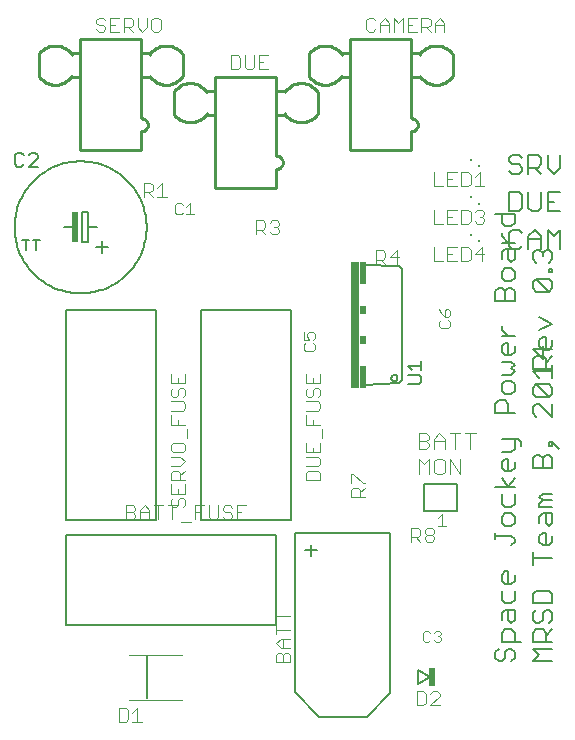
<source format=gto>
G75*
%MOIN*%
%OFA0B0*%
%FSLAX24Y24*%
%IPPOS*%
%LPD*%
%AMOC8*
5,1,8,0,0,1.08239X$1,22.5*
%
%ADD10C,0.0060*%
%ADD11C,0.0040*%
%ADD12C,0.0098*%
%ADD13R,0.0079X0.0079*%
%ADD14C,0.0100*%
%ADD15C,0.0080*%
%ADD16C,0.0030*%
%ADD17C,0.0050*%
%ADD18R,0.0240X0.0620*%
%ADD19R,0.0200X0.1000*%
%ADD20R,0.0300X0.4200*%
%ADD21R,0.0200X0.0750*%
%ADD22R,0.0200X0.0300*%
D10*
X012800Y012100D02*
X013950Y012150D01*
X014050Y012250D01*
X014050Y015950D01*
X013950Y016050D01*
X012800Y016100D01*
X013710Y012330D02*
X013712Y012350D01*
X013718Y012368D01*
X013727Y012386D01*
X013739Y012401D01*
X013754Y012413D01*
X013772Y012422D01*
X013790Y012428D01*
X013810Y012430D01*
X013830Y012428D01*
X013848Y012422D01*
X013866Y012413D01*
X013881Y012401D01*
X013893Y012386D01*
X013902Y012368D01*
X013908Y012350D01*
X013910Y012330D01*
X013908Y012310D01*
X013902Y012292D01*
X013893Y012274D01*
X013881Y012259D01*
X013866Y012247D01*
X013848Y012238D01*
X013830Y012232D01*
X013810Y012230D01*
X013790Y012232D01*
X013772Y012238D01*
X013754Y012247D01*
X013739Y012259D01*
X013727Y012274D01*
X013718Y012292D01*
X013712Y012310D01*
X013710Y012330D01*
X017179Y011472D02*
X017179Y011152D01*
X017820Y011152D01*
X017606Y011152D02*
X017606Y011472D01*
X017500Y011579D01*
X017286Y011579D01*
X017179Y011472D01*
X017500Y011796D02*
X017713Y011796D01*
X017820Y011903D01*
X017820Y012117D01*
X017713Y012223D01*
X017500Y012223D01*
X017393Y012117D01*
X017393Y011903D01*
X017500Y011796D01*
X017393Y012441D02*
X017713Y012441D01*
X017820Y012548D01*
X017713Y012654D01*
X017820Y012761D01*
X017713Y012868D01*
X017393Y012868D01*
X017500Y013085D02*
X017393Y013192D01*
X017393Y013406D01*
X017500Y013512D01*
X017606Y013512D01*
X017606Y013085D01*
X017500Y013085D02*
X017713Y013085D01*
X017820Y013192D01*
X017820Y013406D01*
X017820Y013730D02*
X017393Y013730D01*
X017393Y013943D02*
X017393Y014050D01*
X017393Y013943D02*
X017606Y013730D01*
X018429Y013298D02*
X018750Y012978D01*
X018750Y013405D01*
X018643Y013381D02*
X018750Y013275D01*
X018963Y013275D01*
X019070Y013381D01*
X019070Y013595D01*
X018856Y013702D02*
X018856Y013275D01*
X019070Y013298D02*
X018429Y013298D01*
X018643Y013381D02*
X018643Y013595D01*
X018750Y013702D01*
X018856Y013702D01*
X018643Y013919D02*
X019070Y014133D01*
X018643Y014346D01*
X018536Y015208D02*
X018429Y015315D01*
X018429Y015528D01*
X018536Y015635D01*
X018963Y015208D01*
X019070Y015315D01*
X019070Y015528D01*
X018963Y015635D01*
X018536Y015635D01*
X018536Y015208D02*
X018963Y015208D01*
X018963Y015853D02*
X018963Y015960D01*
X019070Y015960D01*
X019070Y015853D01*
X018963Y015853D01*
X018963Y016175D02*
X019070Y016282D01*
X019070Y016495D01*
X018963Y016602D01*
X018856Y016602D01*
X018750Y016495D01*
X018750Y016389D01*
X018750Y016495D02*
X018643Y016602D01*
X018536Y016602D01*
X018429Y016495D01*
X018429Y016282D01*
X018536Y016175D01*
X018702Y016630D02*
X018702Y017057D01*
X018488Y017271D01*
X018275Y017057D01*
X018275Y016630D01*
X018057Y016737D02*
X017950Y016630D01*
X017737Y016630D01*
X017630Y016737D01*
X017630Y017164D01*
X017737Y017271D01*
X017950Y017271D01*
X018057Y017164D01*
X018275Y016950D02*
X018702Y016950D01*
X018919Y016630D02*
X018919Y017271D01*
X019133Y017057D01*
X019346Y017271D01*
X019346Y016630D01*
X019346Y017880D02*
X018919Y017880D01*
X018919Y018521D01*
X019346Y018521D01*
X019133Y018200D02*
X018919Y018200D01*
X018702Y017987D02*
X018702Y018521D01*
X018275Y018521D02*
X018275Y017987D01*
X018381Y017880D01*
X018595Y017880D01*
X018702Y017987D01*
X018057Y017987D02*
X017950Y017880D01*
X017630Y017880D01*
X017630Y018521D01*
X017950Y018521D01*
X018057Y018414D01*
X018057Y017987D01*
X017820Y017809D02*
X017820Y017489D01*
X017713Y017382D01*
X017500Y017382D01*
X017393Y017489D01*
X017393Y017809D01*
X017179Y017809D02*
X017820Y017809D01*
X017393Y017166D02*
X017393Y017059D01*
X017606Y016845D01*
X017393Y016845D02*
X017820Y016845D01*
X017820Y016628D02*
X017820Y016307D01*
X017713Y016201D01*
X017606Y016307D01*
X017606Y016628D01*
X017500Y016628D02*
X017820Y016628D01*
X017500Y016628D02*
X017393Y016521D01*
X017393Y016307D01*
X017500Y015983D02*
X017393Y015876D01*
X017393Y015663D01*
X017500Y015556D01*
X017713Y015556D01*
X017820Y015663D01*
X017820Y015876D01*
X017713Y015983D01*
X017500Y015983D01*
X017606Y015339D02*
X017500Y015232D01*
X017500Y014912D01*
X017500Y015232D02*
X017393Y015339D01*
X017286Y015339D01*
X017179Y015232D01*
X017179Y014912D01*
X017820Y014912D01*
X017820Y015232D01*
X017713Y015339D01*
X017606Y015339D01*
X018536Y013057D02*
X018750Y013057D01*
X018856Y012950D01*
X018856Y012630D01*
X018856Y012844D02*
X019070Y013057D01*
X019070Y012760D02*
X019070Y012333D01*
X019070Y012547D02*
X018429Y012547D01*
X018643Y012333D01*
X018536Y012116D02*
X018429Y012009D01*
X018429Y011796D01*
X018536Y011689D01*
X018963Y011689D01*
X018536Y012116D01*
X018963Y012116D01*
X019070Y012009D01*
X019070Y011796D01*
X018963Y011689D01*
X019070Y011471D02*
X019070Y011044D01*
X018643Y011471D01*
X018536Y011471D01*
X018429Y011365D01*
X018429Y011151D01*
X018536Y011044D01*
X018963Y010184D02*
X018963Y010077D01*
X019070Y010077D01*
X019070Y010184D01*
X018963Y010184D01*
X019070Y010184D02*
X019284Y009970D01*
X018963Y009753D02*
X019070Y009646D01*
X019070Y009325D01*
X018429Y009325D01*
X018429Y009646D01*
X018536Y009753D01*
X018643Y009753D01*
X018750Y009646D01*
X018750Y009325D01*
X018750Y009646D02*
X018856Y009753D01*
X018963Y009753D01*
X018034Y010076D02*
X018034Y010183D01*
X017927Y010290D01*
X017393Y010290D01*
X017393Y009863D02*
X017713Y009863D01*
X017820Y009969D01*
X017820Y010290D01*
X017606Y009645D02*
X017500Y009645D01*
X017393Y009538D01*
X017393Y009325D01*
X017500Y009218D01*
X017713Y009218D01*
X017820Y009325D01*
X017820Y009538D01*
X017606Y009645D02*
X017606Y009218D01*
X017393Y009001D02*
X017606Y008681D01*
X017820Y009001D01*
X017820Y008681D02*
X017179Y008681D01*
X017393Y008463D02*
X017393Y008143D01*
X017500Y008036D01*
X017713Y008036D01*
X017820Y008143D01*
X017820Y008463D01*
X017713Y007819D02*
X017500Y007819D01*
X017393Y007712D01*
X017393Y007499D01*
X017500Y007392D01*
X017713Y007392D01*
X017820Y007499D01*
X017820Y007712D01*
X017713Y007819D01*
X017713Y007068D02*
X017179Y007068D01*
X017179Y007174D02*
X017179Y006961D01*
X017713Y007068D02*
X017820Y006961D01*
X017820Y006854D01*
X017713Y006747D01*
X017606Y005885D02*
X017500Y005885D01*
X017393Y005778D01*
X017393Y005565D01*
X017500Y005458D01*
X017713Y005458D01*
X017820Y005565D01*
X017820Y005778D01*
X017606Y005885D02*
X017606Y005458D01*
X017393Y005241D02*
X017393Y004920D01*
X017500Y004814D01*
X017713Y004814D01*
X017820Y004920D01*
X017820Y005241D01*
X017820Y004596D02*
X017500Y004596D01*
X017393Y004489D01*
X017393Y004276D01*
X017606Y004276D02*
X017606Y004596D01*
X017820Y004596D02*
X017820Y004276D01*
X017713Y004169D01*
X017606Y004276D01*
X017500Y003952D02*
X017713Y003952D01*
X017820Y003845D01*
X017820Y003525D01*
X018034Y003525D02*
X017393Y003525D01*
X017393Y003845D01*
X017500Y003952D01*
X017606Y003307D02*
X017713Y003307D01*
X017820Y003200D01*
X017820Y002987D01*
X017713Y002880D01*
X017500Y002987D02*
X017500Y003200D01*
X017606Y003307D01*
X017286Y003307D02*
X017179Y003200D01*
X017179Y002987D01*
X017286Y002880D01*
X017393Y002880D01*
X017500Y002987D01*
X018429Y002880D02*
X018643Y003094D01*
X018429Y003307D01*
X019070Y003307D01*
X019070Y003525D02*
X018429Y003525D01*
X018429Y003845D01*
X018536Y003952D01*
X018750Y003952D01*
X018856Y003845D01*
X018856Y003525D01*
X018856Y003738D02*
X019070Y003952D01*
X018963Y004169D02*
X019070Y004276D01*
X019070Y004489D01*
X018963Y004596D01*
X018856Y004596D01*
X018750Y004489D01*
X018750Y004276D01*
X018643Y004169D01*
X018536Y004169D01*
X018429Y004276D01*
X018429Y004489D01*
X018536Y004596D01*
X018429Y004814D02*
X018429Y005134D01*
X018536Y005241D01*
X018963Y005241D01*
X019070Y005134D01*
X019070Y004814D01*
X018429Y004814D01*
X018429Y006103D02*
X018429Y006530D01*
X018429Y006316D02*
X019070Y006316D01*
X018963Y006747D02*
X018750Y006747D01*
X018643Y006854D01*
X018643Y007068D01*
X018750Y007174D01*
X018856Y007174D01*
X018856Y006747D01*
X018963Y006747D02*
X019070Y006854D01*
X019070Y007068D01*
X018963Y007392D02*
X018856Y007499D01*
X018856Y007819D01*
X018750Y007819D02*
X019070Y007819D01*
X019070Y007499D01*
X018963Y007392D01*
X018643Y007499D02*
X018643Y007712D01*
X018750Y007819D01*
X018643Y008036D02*
X018643Y008143D01*
X018750Y008250D01*
X018643Y008357D01*
X018750Y008463D01*
X019070Y008463D01*
X019070Y008250D02*
X018750Y008250D01*
X018643Y008036D02*
X019070Y008036D01*
X019070Y012630D02*
X018429Y012630D01*
X018429Y012950D01*
X018536Y013057D01*
X018702Y019130D02*
X018488Y019344D01*
X018595Y019344D02*
X018702Y019450D01*
X018702Y019664D01*
X018595Y019771D01*
X018275Y019771D01*
X018275Y019130D01*
X018275Y019344D02*
X018595Y019344D01*
X018919Y019344D02*
X019133Y019130D01*
X019346Y019344D01*
X019346Y019771D01*
X018919Y019771D02*
X018919Y019344D01*
X018057Y019344D02*
X018057Y019237D01*
X017950Y019130D01*
X017737Y019130D01*
X017630Y019237D01*
X017737Y019450D02*
X017950Y019450D01*
X018057Y019344D01*
X018057Y019664D02*
X017950Y019771D01*
X017737Y019771D01*
X017630Y019664D01*
X017630Y019557D01*
X017737Y019450D01*
X004250Y016700D02*
X003850Y016700D01*
X004050Y016500D02*
X004050Y016900D01*
X003900Y017350D02*
X003600Y017350D01*
X003600Y016850D01*
X003400Y016850D01*
X003400Y017850D01*
X003600Y017850D01*
X003600Y017350D01*
X001150Y017350D02*
X001152Y017443D01*
X001158Y017537D01*
X001168Y017629D01*
X001182Y017722D01*
X001199Y017813D01*
X001221Y017904D01*
X001246Y017994D01*
X001276Y018083D01*
X001309Y018170D01*
X001345Y018256D01*
X001386Y018340D01*
X001429Y018423D01*
X001477Y018503D01*
X001527Y018582D01*
X001581Y018658D01*
X001638Y018732D01*
X001699Y018803D01*
X001762Y018872D01*
X001828Y018938D01*
X001897Y019001D01*
X001968Y019062D01*
X002042Y019119D01*
X002118Y019173D01*
X002197Y019223D01*
X002277Y019271D01*
X002360Y019314D01*
X002444Y019355D01*
X002530Y019391D01*
X002617Y019424D01*
X002706Y019454D01*
X002796Y019479D01*
X002887Y019501D01*
X002978Y019518D01*
X003071Y019532D01*
X003163Y019542D01*
X003257Y019548D01*
X003350Y019550D01*
X003443Y019548D01*
X003537Y019542D01*
X003629Y019532D01*
X003722Y019518D01*
X003813Y019501D01*
X003904Y019479D01*
X003994Y019454D01*
X004083Y019424D01*
X004170Y019391D01*
X004256Y019355D01*
X004340Y019314D01*
X004423Y019271D01*
X004503Y019223D01*
X004582Y019173D01*
X004658Y019119D01*
X004732Y019062D01*
X004803Y019001D01*
X004872Y018938D01*
X004938Y018872D01*
X005001Y018803D01*
X005062Y018732D01*
X005119Y018658D01*
X005173Y018582D01*
X005223Y018503D01*
X005271Y018423D01*
X005314Y018340D01*
X005355Y018256D01*
X005391Y018170D01*
X005424Y018083D01*
X005454Y017994D01*
X005479Y017904D01*
X005501Y017813D01*
X005518Y017722D01*
X005532Y017629D01*
X005542Y017537D01*
X005548Y017443D01*
X005550Y017350D01*
X005548Y017257D01*
X005542Y017163D01*
X005532Y017071D01*
X005518Y016978D01*
X005501Y016887D01*
X005479Y016796D01*
X005454Y016706D01*
X005424Y016617D01*
X005391Y016530D01*
X005355Y016444D01*
X005314Y016360D01*
X005271Y016277D01*
X005223Y016197D01*
X005173Y016118D01*
X005119Y016042D01*
X005062Y015968D01*
X005001Y015897D01*
X004938Y015828D01*
X004872Y015762D01*
X004803Y015699D01*
X004732Y015638D01*
X004658Y015581D01*
X004582Y015527D01*
X004503Y015477D01*
X004423Y015429D01*
X004340Y015386D01*
X004256Y015345D01*
X004170Y015309D01*
X004083Y015276D01*
X003994Y015246D01*
X003904Y015221D01*
X003813Y015199D01*
X003722Y015182D01*
X003629Y015168D01*
X003537Y015158D01*
X003443Y015152D01*
X003350Y015150D01*
X003257Y015152D01*
X003163Y015158D01*
X003071Y015168D01*
X002978Y015182D01*
X002887Y015199D01*
X002796Y015221D01*
X002706Y015246D01*
X002617Y015276D01*
X002530Y015309D01*
X002444Y015345D01*
X002360Y015386D01*
X002277Y015429D01*
X002197Y015477D01*
X002118Y015527D01*
X002042Y015581D01*
X001968Y015638D01*
X001897Y015699D01*
X001828Y015762D01*
X001762Y015828D01*
X001699Y015897D01*
X001638Y015968D01*
X001581Y016042D01*
X001527Y016118D01*
X001477Y016197D01*
X001429Y016277D01*
X001386Y016360D01*
X001345Y016444D01*
X001309Y016530D01*
X001276Y016617D01*
X001246Y016706D01*
X001221Y016796D01*
X001199Y016887D01*
X001182Y016978D01*
X001168Y017071D01*
X001158Y017163D01*
X001152Y017257D01*
X001150Y017350D01*
X002800Y017350D02*
X003100Y017350D01*
X018429Y002880D02*
X019070Y002880D01*
D11*
X015317Y001804D02*
X015317Y001727D01*
X015010Y001420D01*
X015317Y001420D01*
X015317Y001804D02*
X015240Y001880D01*
X015086Y001880D01*
X015010Y001804D01*
X014856Y001804D02*
X014779Y001880D01*
X014549Y001880D01*
X014549Y001420D01*
X014779Y001420D01*
X014856Y001497D01*
X014856Y001804D01*
X014907Y006870D02*
X014830Y006947D01*
X014830Y007023D01*
X014907Y007100D01*
X015061Y007100D01*
X015137Y007023D01*
X015137Y006947D01*
X015061Y006870D01*
X014907Y006870D01*
X014677Y006870D02*
X014523Y007023D01*
X014600Y007023D02*
X014370Y007023D01*
X014370Y006870D02*
X014370Y007330D01*
X014600Y007330D01*
X014677Y007254D01*
X014677Y007100D01*
X014600Y007023D01*
X014830Y007177D02*
X014830Y007254D01*
X014907Y007330D01*
X015061Y007330D01*
X015137Y007254D01*
X015137Y007177D01*
X015061Y007100D01*
X014907Y007100D02*
X014830Y007177D01*
X014967Y009120D02*
X014967Y009640D01*
X014793Y009467D01*
X014620Y009640D01*
X014620Y009120D01*
X015136Y009207D02*
X015222Y009120D01*
X015396Y009120D01*
X015483Y009207D01*
X015483Y009554D01*
X015396Y009640D01*
X015222Y009640D01*
X015136Y009554D01*
X015136Y009207D01*
X015651Y009120D02*
X015651Y009640D01*
X015998Y009120D01*
X015998Y009640D01*
X015825Y009960D02*
X015825Y010480D01*
X015998Y010480D02*
X015651Y010480D01*
X015483Y010307D02*
X015483Y009960D01*
X015483Y010220D02*
X015136Y010220D01*
X015136Y010307D02*
X015309Y010480D01*
X015483Y010307D01*
X015136Y010307D02*
X015136Y009960D01*
X014967Y010047D02*
X014967Y010133D01*
X014880Y010220D01*
X014620Y010220D01*
X014620Y009960D02*
X014880Y009960D01*
X014967Y010047D01*
X014880Y010220D02*
X014967Y010307D01*
X014967Y010394D01*
X014880Y010480D01*
X014620Y010480D01*
X014620Y009960D01*
X016167Y010480D02*
X016514Y010480D01*
X016340Y010480D02*
X016340Y009960D01*
X012830Y008830D02*
X012753Y008830D01*
X012446Y009137D01*
X012370Y009137D01*
X012370Y008830D01*
X012446Y008677D02*
X012600Y008677D01*
X012677Y008600D01*
X012677Y008370D01*
X012830Y008370D02*
X012370Y008370D01*
X012370Y008600D01*
X012446Y008677D01*
X012677Y008523D02*
X012830Y008677D01*
X011330Y008937D02*
X011330Y009167D01*
X011253Y009244D01*
X010946Y009244D01*
X010870Y009167D01*
X010870Y008937D01*
X011330Y008937D01*
X011253Y009397D02*
X011330Y009474D01*
X011330Y009627D01*
X011253Y009704D01*
X010870Y009704D01*
X010870Y009858D02*
X011330Y009858D01*
X011330Y010165D01*
X011407Y010318D02*
X011407Y010625D01*
X011330Y010778D02*
X010870Y010778D01*
X010870Y011085D01*
X010870Y011239D02*
X011253Y011239D01*
X011330Y011316D01*
X011330Y011469D01*
X011253Y011546D01*
X010870Y011546D01*
X010946Y011699D02*
X010870Y011776D01*
X010870Y011929D01*
X010946Y012006D01*
X010870Y012160D02*
X011330Y012160D01*
X011330Y012467D01*
X011100Y012313D02*
X011100Y012160D01*
X011177Y012006D02*
X011253Y012006D01*
X011330Y011929D01*
X011330Y011776D01*
X011253Y011699D01*
X011100Y011776D02*
X011100Y011929D01*
X011177Y012006D01*
X011100Y011776D02*
X011023Y011699D01*
X010946Y011699D01*
X010870Y012160D02*
X010870Y012467D01*
X011100Y010932D02*
X011100Y010778D01*
X010870Y010165D02*
X010870Y009858D01*
X011100Y009858D02*
X011100Y010011D01*
X011253Y009397D02*
X010870Y009397D01*
X008860Y008080D02*
X008553Y008080D01*
X008553Y007620D01*
X008860Y007620D01*
X008707Y007850D02*
X008553Y007850D01*
X008400Y007773D02*
X008400Y007697D01*
X008323Y007620D01*
X008169Y007620D01*
X008093Y007697D01*
X007939Y007697D02*
X007939Y008080D01*
X008093Y008004D02*
X008093Y007927D01*
X008169Y007850D01*
X008323Y007850D01*
X008400Y007773D01*
X008400Y008004D02*
X008323Y008080D01*
X008169Y008080D01*
X008093Y008004D01*
X007939Y007697D02*
X007863Y007620D01*
X007709Y007620D01*
X007632Y007697D01*
X007632Y008080D01*
X007479Y008080D02*
X007172Y008080D01*
X007172Y007620D01*
X007018Y007543D02*
X006712Y007543D01*
X006405Y007620D02*
X006405Y008080D01*
X006370Y008093D02*
X006446Y008016D01*
X006523Y008016D01*
X006600Y008093D01*
X006600Y008246D01*
X006677Y008323D01*
X006753Y008323D01*
X006830Y008246D01*
X006830Y008093D01*
X006753Y008016D01*
X006558Y008080D02*
X006251Y008080D01*
X006370Y008093D02*
X006370Y008246D01*
X006446Y008323D01*
X006370Y008476D02*
X006830Y008476D01*
X006830Y008783D01*
X006830Y008937D02*
X006370Y008937D01*
X006370Y009167D01*
X006446Y009244D01*
X006600Y009244D01*
X006677Y009167D01*
X006677Y008937D01*
X006677Y009090D02*
X006830Y009244D01*
X006677Y009397D02*
X006830Y009551D01*
X006677Y009704D01*
X006370Y009704D01*
X006446Y009858D02*
X006753Y009858D01*
X006830Y009934D01*
X006830Y010088D01*
X006753Y010165D01*
X006446Y010165D01*
X006370Y010088D01*
X006370Y009934D01*
X006446Y009858D01*
X006370Y009397D02*
X006677Y009397D01*
X006370Y008783D02*
X006370Y008476D01*
X006600Y008476D02*
X006600Y008630D01*
X006098Y008080D02*
X005791Y008080D01*
X005944Y008080D02*
X005944Y007620D01*
X005637Y007620D02*
X005637Y007927D01*
X005484Y008080D01*
X005330Y007927D01*
X005330Y007620D01*
X005177Y007697D02*
X005100Y007620D01*
X004870Y007620D01*
X004870Y008080D01*
X005100Y008080D01*
X005177Y008004D01*
X005177Y007927D01*
X005100Y007850D01*
X004870Y007850D01*
X005100Y007850D02*
X005177Y007773D01*
X005177Y007697D01*
X005330Y007850D02*
X005637Y007850D01*
X007172Y007850D02*
X007325Y007850D01*
X006907Y010318D02*
X006907Y010625D01*
X006830Y010778D02*
X006370Y010778D01*
X006370Y011085D01*
X006370Y011239D02*
X006753Y011239D01*
X006830Y011316D01*
X006830Y011469D01*
X006753Y011546D01*
X006370Y011546D01*
X006446Y011699D02*
X006523Y011699D01*
X006600Y011776D01*
X006600Y011929D01*
X006677Y012006D01*
X006753Y012006D01*
X006830Y011929D01*
X006830Y011776D01*
X006753Y011699D01*
X006446Y011699D02*
X006370Y011776D01*
X006370Y011929D01*
X006446Y012006D01*
X006370Y012160D02*
X006830Y012160D01*
X006830Y012467D01*
X006600Y012313D02*
X006600Y012160D01*
X006370Y012160D02*
X006370Y012467D01*
X006600Y010932D02*
X006600Y010778D01*
X009870Y004558D02*
X009870Y004251D01*
X009870Y004098D02*
X009870Y003791D01*
X009870Y003944D02*
X010330Y003944D01*
X010330Y003637D02*
X010023Y003637D01*
X009870Y003484D01*
X010023Y003330D01*
X010330Y003330D01*
X010253Y003177D02*
X010330Y003100D01*
X010330Y002870D01*
X009870Y002870D01*
X009870Y003100D01*
X009946Y003177D01*
X010023Y003177D01*
X010100Y003100D01*
X010100Y002870D01*
X010100Y003100D02*
X010177Y003177D01*
X010253Y003177D01*
X010100Y003330D02*
X010100Y003637D01*
X010330Y004405D02*
X009870Y004405D01*
X006732Y003106D02*
X004968Y003106D01*
X004968Y001594D02*
X006732Y001594D01*
X005387Y000870D02*
X005080Y000870D01*
X005234Y000870D02*
X005234Y001330D01*
X005080Y001177D01*
X004927Y001254D02*
X004927Y000947D01*
X004850Y000870D01*
X004620Y000870D01*
X004620Y001330D01*
X004850Y001330D01*
X004927Y001254D01*
X013199Y016120D02*
X013199Y016580D01*
X013429Y016580D01*
X013506Y016504D01*
X013506Y016350D01*
X013429Y016273D01*
X013199Y016273D01*
X013353Y016273D02*
X013506Y016120D01*
X013660Y016350D02*
X013967Y016350D01*
X013890Y016120D02*
X013890Y016580D01*
X013660Y016350D01*
X015119Y016226D02*
X015426Y016226D01*
X015579Y016226D02*
X015886Y016226D01*
X016040Y016226D02*
X016270Y016226D01*
X016347Y016303D01*
X016347Y016610D01*
X016270Y016687D01*
X016040Y016687D01*
X016040Y016226D01*
X015733Y016456D02*
X015579Y016456D01*
X015579Y016226D02*
X015579Y016687D01*
X015886Y016687D01*
X016500Y016456D02*
X016807Y016456D01*
X016730Y016226D02*
X016730Y016687D01*
X016500Y016456D01*
X016577Y017476D02*
X016500Y017553D01*
X016577Y017476D02*
X016730Y017476D01*
X016807Y017553D01*
X016807Y017630D01*
X016730Y017706D01*
X016654Y017706D01*
X016730Y017706D02*
X016807Y017783D01*
X016807Y017860D01*
X016730Y017937D01*
X016577Y017937D01*
X016500Y017860D01*
X016347Y017860D02*
X016270Y017937D01*
X016040Y017937D01*
X016040Y017476D01*
X016270Y017476D01*
X016347Y017553D01*
X016347Y017860D01*
X015886Y017937D02*
X015579Y017937D01*
X015579Y017476D01*
X015886Y017476D01*
X015733Y017706D02*
X015579Y017706D01*
X015426Y017476D02*
X015119Y017476D01*
X015119Y017937D01*
X015119Y018726D02*
X015426Y018726D01*
X015579Y018726D02*
X015886Y018726D01*
X016040Y018726D02*
X016270Y018726D01*
X016347Y018803D01*
X016347Y019110D01*
X016270Y019187D01*
X016040Y019187D01*
X016040Y018726D01*
X015733Y018956D02*
X015579Y018956D01*
X015579Y018726D02*
X015579Y019187D01*
X015886Y019187D01*
X016500Y019033D02*
X016654Y019187D01*
X016654Y018726D01*
X016807Y018726D02*
X016500Y018726D01*
X015119Y018726D02*
X015119Y019187D01*
X015119Y016687D02*
X015119Y016226D01*
X009967Y017197D02*
X009890Y017120D01*
X009736Y017120D01*
X009660Y017197D01*
X009506Y017120D02*
X009353Y017273D01*
X009429Y017273D02*
X009199Y017273D01*
X009199Y017120D02*
X009199Y017580D01*
X009429Y017580D01*
X009506Y017504D01*
X009506Y017350D01*
X009429Y017273D01*
X009660Y017504D02*
X009736Y017580D01*
X009890Y017580D01*
X009967Y017504D01*
X009967Y017427D01*
X009890Y017350D01*
X009967Y017273D01*
X009967Y017197D01*
X009890Y017350D02*
X009813Y017350D01*
X006217Y018370D02*
X005910Y018370D01*
X006063Y018370D02*
X006063Y018830D01*
X005910Y018677D01*
X005756Y018754D02*
X005756Y018600D01*
X005679Y018523D01*
X005449Y018523D01*
X005449Y018370D02*
X005449Y018830D01*
X005679Y018830D01*
X005756Y018754D01*
X005603Y018523D02*
X005756Y018370D01*
X008370Y022620D02*
X008600Y022620D01*
X008677Y022697D01*
X008677Y023004D01*
X008600Y023080D01*
X008370Y023080D01*
X008370Y022620D01*
X008830Y022697D02*
X008830Y023080D01*
X008830Y022697D02*
X008907Y022620D01*
X009061Y022620D01*
X009137Y022697D01*
X009137Y023080D01*
X009291Y023080D02*
X009291Y022620D01*
X009598Y022620D01*
X009444Y022850D02*
X009291Y022850D01*
X009291Y023080D02*
X009598Y023080D01*
X012870Y023947D02*
X012947Y023870D01*
X013100Y023870D01*
X013177Y023947D01*
X013330Y023870D02*
X013330Y024177D01*
X013484Y024330D01*
X013637Y024177D01*
X013637Y023870D01*
X013791Y023870D02*
X013791Y024330D01*
X013944Y024177D01*
X014098Y024330D01*
X014098Y023870D01*
X014251Y023870D02*
X014558Y023870D01*
X014712Y023870D02*
X014712Y024330D01*
X014942Y024330D01*
X015018Y024254D01*
X015018Y024100D01*
X014942Y024023D01*
X014712Y024023D01*
X014865Y024023D02*
X015018Y023870D01*
X015172Y023870D02*
X015172Y024177D01*
X015325Y024330D01*
X015479Y024177D01*
X015479Y023870D01*
X015479Y024100D02*
X015172Y024100D01*
X014558Y024330D02*
X014251Y024330D01*
X014251Y023870D01*
X014251Y024100D02*
X014405Y024100D01*
X013637Y024100D02*
X013330Y024100D01*
X013177Y024254D02*
X013100Y024330D01*
X012947Y024330D01*
X012870Y024254D01*
X012870Y023947D01*
X006018Y023947D02*
X005942Y023870D01*
X005788Y023870D01*
X005712Y023947D01*
X005712Y024254D01*
X005788Y024330D01*
X005942Y024330D01*
X006018Y024254D01*
X006018Y023947D01*
X005558Y024023D02*
X005558Y024330D01*
X005558Y024023D02*
X005405Y023870D01*
X005251Y024023D01*
X005251Y024330D01*
X005098Y024254D02*
X005098Y024100D01*
X005021Y024023D01*
X004791Y024023D01*
X004791Y023870D02*
X004791Y024330D01*
X005021Y024330D01*
X005098Y024254D01*
X004944Y024023D02*
X005098Y023870D01*
X004637Y023870D02*
X004330Y023870D01*
X004330Y024330D01*
X004637Y024330D01*
X004484Y024100D02*
X004330Y024100D01*
X004177Y024023D02*
X004177Y023947D01*
X004100Y023870D01*
X003947Y023870D01*
X003870Y023947D01*
X003947Y024100D02*
X004100Y024100D01*
X004177Y024023D01*
X004177Y024254D02*
X004100Y024330D01*
X003947Y024330D01*
X003870Y024254D01*
X003870Y024177D01*
X003947Y024100D01*
D12*
X016635Y019393D03*
X016635Y018143D03*
X016635Y016893D03*
D13*
X016350Y017100D03*
X016350Y018350D03*
X016350Y019600D03*
D14*
X014374Y019921D02*
X012326Y019921D01*
X012326Y023622D01*
X014374Y023622D01*
X014374Y020984D01*
X014402Y020982D01*
X014430Y020977D01*
X014457Y020967D01*
X014483Y020955D01*
X014506Y020939D01*
X014527Y020920D01*
X014546Y020899D01*
X014562Y020876D01*
X014574Y020850D01*
X014584Y020823D01*
X014589Y020795D01*
X014591Y020767D01*
X014589Y020739D01*
X014584Y020711D01*
X014574Y020684D01*
X014562Y020659D01*
X014546Y020635D01*
X014527Y020614D01*
X014506Y020595D01*
X014483Y020579D01*
X014457Y020567D01*
X014430Y020557D01*
X014402Y020552D01*
X014374Y020550D01*
X014374Y020551D02*
X014374Y019921D01*
X014413Y022362D02*
X014689Y022362D01*
X014649Y023110D02*
X014678Y023151D01*
X014710Y023190D01*
X014745Y023227D01*
X014782Y023260D01*
X014822Y023291D01*
X014864Y023318D01*
X014908Y023343D01*
X014954Y023363D01*
X015002Y023380D01*
X015050Y023394D01*
X015100Y023403D01*
X015150Y023409D01*
X015200Y023411D01*
X015250Y023409D01*
X015300Y023403D01*
X015350Y023394D01*
X015398Y023380D01*
X015446Y023363D01*
X015492Y023343D01*
X015536Y023318D01*
X015578Y023291D01*
X015618Y023260D01*
X015655Y023227D01*
X015690Y023190D01*
X015722Y023151D01*
X015751Y023110D01*
X015752Y023110D02*
X015752Y022401D01*
X015751Y022402D02*
X015722Y022361D01*
X015690Y022322D01*
X015655Y022285D01*
X015618Y022252D01*
X015578Y022221D01*
X015536Y022194D01*
X015492Y022169D01*
X015446Y022149D01*
X015398Y022132D01*
X015350Y022118D01*
X015300Y022109D01*
X015250Y022103D01*
X015200Y022101D01*
X015150Y022103D01*
X015100Y022109D01*
X015050Y022118D01*
X015002Y022132D01*
X014954Y022149D01*
X014908Y022169D01*
X014864Y022194D01*
X014822Y022221D01*
X014782Y022252D01*
X014745Y022285D01*
X014710Y022322D01*
X014678Y022361D01*
X014649Y022402D01*
X014689Y023149D02*
X014413Y023149D01*
X012287Y023149D02*
X012011Y023149D01*
X012051Y022402D02*
X012022Y022361D01*
X011990Y022322D01*
X011955Y022285D01*
X011918Y022252D01*
X011878Y022221D01*
X011836Y022194D01*
X011792Y022169D01*
X011746Y022149D01*
X011698Y022132D01*
X011650Y022118D01*
X011600Y022109D01*
X011550Y022103D01*
X011500Y022101D01*
X011450Y022103D01*
X011400Y022109D01*
X011350Y022118D01*
X011302Y022132D01*
X011254Y022149D01*
X011208Y022169D01*
X011164Y022194D01*
X011122Y022221D01*
X011082Y022252D01*
X011045Y022285D01*
X011010Y022322D01*
X010978Y022361D01*
X010949Y022402D01*
X010948Y022401D02*
X010948Y023110D01*
X010949Y023110D02*
X010978Y023151D01*
X011010Y023190D01*
X011045Y023227D01*
X011082Y023260D01*
X011122Y023291D01*
X011164Y023318D01*
X011208Y023343D01*
X011254Y023363D01*
X011302Y023380D01*
X011350Y023394D01*
X011400Y023403D01*
X011450Y023409D01*
X011500Y023411D01*
X011550Y023409D01*
X011600Y023403D01*
X011650Y023394D01*
X011698Y023380D01*
X011746Y023363D01*
X011792Y023343D01*
X011836Y023318D01*
X011878Y023291D01*
X011918Y023260D01*
X011955Y023227D01*
X011990Y023190D01*
X012022Y023151D01*
X012051Y023110D01*
X012011Y022362D02*
X012287Y022362D01*
X011252Y021860D02*
X011252Y021151D01*
X011251Y021860D02*
X011222Y021901D01*
X011190Y021940D01*
X011155Y021977D01*
X011118Y022010D01*
X011078Y022041D01*
X011036Y022068D01*
X010992Y022093D01*
X010946Y022113D01*
X010898Y022130D01*
X010850Y022144D01*
X010800Y022153D01*
X010750Y022159D01*
X010700Y022161D01*
X010650Y022159D01*
X010600Y022153D01*
X010550Y022144D01*
X010502Y022130D01*
X010454Y022113D01*
X010408Y022093D01*
X010364Y022068D01*
X010322Y022041D01*
X010282Y022010D01*
X010245Y021977D01*
X010210Y021940D01*
X010178Y021901D01*
X010149Y021860D01*
X010189Y021899D02*
X009913Y021899D01*
X009874Y022372D02*
X009874Y019734D01*
X009902Y019732D01*
X009930Y019727D01*
X009957Y019717D01*
X009983Y019705D01*
X010006Y019689D01*
X010027Y019670D01*
X010046Y019649D01*
X010062Y019626D01*
X010074Y019600D01*
X010084Y019573D01*
X010089Y019545D01*
X010091Y019517D01*
X010089Y019489D01*
X010084Y019461D01*
X010074Y019434D01*
X010062Y019409D01*
X010046Y019385D01*
X010027Y019364D01*
X010006Y019345D01*
X009983Y019329D01*
X009957Y019317D01*
X009930Y019307D01*
X009902Y019302D01*
X009874Y019300D01*
X009874Y019301D02*
X009874Y018671D01*
X007826Y018671D01*
X007826Y022372D01*
X009874Y022372D01*
X010149Y021152D02*
X010178Y021111D01*
X010210Y021072D01*
X010245Y021035D01*
X010282Y021002D01*
X010322Y020971D01*
X010364Y020944D01*
X010408Y020919D01*
X010454Y020899D01*
X010502Y020882D01*
X010550Y020868D01*
X010600Y020859D01*
X010650Y020853D01*
X010700Y020851D01*
X010750Y020853D01*
X010800Y020859D01*
X010850Y020868D01*
X010898Y020882D01*
X010946Y020899D01*
X010992Y020919D01*
X011036Y020944D01*
X011078Y020971D01*
X011118Y021002D01*
X011155Y021035D01*
X011190Y021072D01*
X011222Y021111D01*
X011251Y021152D01*
X010189Y021112D02*
X009913Y021112D01*
X007787Y021112D02*
X007511Y021112D01*
X007551Y021860D02*
X007522Y021901D01*
X007490Y021940D01*
X007455Y021977D01*
X007418Y022010D01*
X007378Y022041D01*
X007336Y022068D01*
X007292Y022093D01*
X007246Y022113D01*
X007198Y022130D01*
X007150Y022144D01*
X007100Y022153D01*
X007050Y022159D01*
X007000Y022161D01*
X006950Y022159D01*
X006900Y022153D01*
X006850Y022144D01*
X006802Y022130D01*
X006754Y022113D01*
X006708Y022093D01*
X006664Y022068D01*
X006622Y022041D01*
X006582Y022010D01*
X006545Y021977D01*
X006510Y021940D01*
X006478Y021901D01*
X006449Y021860D01*
X006448Y021860D02*
X006448Y021151D01*
X006449Y021152D02*
X006478Y021111D01*
X006510Y021072D01*
X006545Y021035D01*
X006582Y021002D01*
X006622Y020971D01*
X006664Y020944D01*
X006708Y020919D01*
X006754Y020899D01*
X006802Y020882D01*
X006850Y020868D01*
X006900Y020859D01*
X006950Y020853D01*
X007000Y020851D01*
X007050Y020853D01*
X007100Y020859D01*
X007150Y020868D01*
X007198Y020882D01*
X007246Y020899D01*
X007292Y020919D01*
X007336Y020944D01*
X007378Y020971D01*
X007418Y021002D01*
X007455Y021035D01*
X007490Y021072D01*
X007522Y021111D01*
X007551Y021152D01*
X007511Y021899D02*
X007787Y021899D01*
X006752Y022401D02*
X006752Y023110D01*
X006751Y023110D02*
X006722Y023151D01*
X006690Y023190D01*
X006655Y023227D01*
X006618Y023260D01*
X006578Y023291D01*
X006536Y023318D01*
X006492Y023343D01*
X006446Y023363D01*
X006398Y023380D01*
X006350Y023394D01*
X006300Y023403D01*
X006250Y023409D01*
X006200Y023411D01*
X006150Y023409D01*
X006100Y023403D01*
X006050Y023394D01*
X006002Y023380D01*
X005954Y023363D01*
X005908Y023343D01*
X005864Y023318D01*
X005822Y023291D01*
X005782Y023260D01*
X005745Y023227D01*
X005710Y023190D01*
X005678Y023151D01*
X005649Y023110D01*
X005689Y023149D02*
X005413Y023149D01*
X005374Y023622D02*
X005374Y020984D01*
X005402Y020982D01*
X005430Y020977D01*
X005457Y020967D01*
X005483Y020955D01*
X005506Y020939D01*
X005527Y020920D01*
X005546Y020899D01*
X005562Y020876D01*
X005574Y020850D01*
X005584Y020823D01*
X005589Y020795D01*
X005591Y020767D01*
X005589Y020739D01*
X005584Y020711D01*
X005574Y020684D01*
X005562Y020659D01*
X005546Y020635D01*
X005527Y020614D01*
X005506Y020595D01*
X005483Y020579D01*
X005457Y020567D01*
X005430Y020557D01*
X005402Y020552D01*
X005374Y020550D01*
X005374Y020551D02*
X005374Y019921D01*
X003326Y019921D01*
X003326Y023622D01*
X005374Y023622D01*
X005649Y022402D02*
X005678Y022361D01*
X005710Y022322D01*
X005745Y022285D01*
X005782Y022252D01*
X005822Y022221D01*
X005864Y022194D01*
X005908Y022169D01*
X005954Y022149D01*
X006002Y022132D01*
X006050Y022118D01*
X006100Y022109D01*
X006150Y022103D01*
X006200Y022101D01*
X006250Y022103D01*
X006300Y022109D01*
X006350Y022118D01*
X006398Y022132D01*
X006446Y022149D01*
X006492Y022169D01*
X006536Y022194D01*
X006578Y022221D01*
X006618Y022252D01*
X006655Y022285D01*
X006690Y022322D01*
X006722Y022361D01*
X006751Y022402D01*
X005689Y022362D02*
X005413Y022362D01*
X003287Y022362D02*
X003011Y022362D01*
X003051Y023110D02*
X003022Y023151D01*
X002990Y023190D01*
X002955Y023227D01*
X002918Y023260D01*
X002878Y023291D01*
X002836Y023318D01*
X002792Y023343D01*
X002746Y023363D01*
X002698Y023380D01*
X002650Y023394D01*
X002600Y023403D01*
X002550Y023409D01*
X002500Y023411D01*
X002450Y023409D01*
X002400Y023403D01*
X002350Y023394D01*
X002302Y023380D01*
X002254Y023363D01*
X002208Y023343D01*
X002164Y023318D01*
X002122Y023291D01*
X002082Y023260D01*
X002045Y023227D01*
X002010Y023190D01*
X001978Y023151D01*
X001949Y023110D01*
X001948Y023110D02*
X001948Y022401D01*
X001949Y022402D02*
X001978Y022361D01*
X002010Y022322D01*
X002045Y022285D01*
X002082Y022252D01*
X002122Y022221D01*
X002164Y022194D01*
X002208Y022169D01*
X002254Y022149D01*
X002302Y022132D01*
X002350Y022118D01*
X002400Y022109D01*
X002450Y022103D01*
X002500Y022101D01*
X002550Y022103D01*
X002600Y022109D01*
X002650Y022118D01*
X002698Y022132D01*
X002746Y022149D01*
X002792Y022169D01*
X002836Y022194D01*
X002878Y022221D01*
X002918Y022252D01*
X002955Y022285D01*
X002990Y022322D01*
X003022Y022361D01*
X003051Y022402D01*
X003011Y023149D02*
X003287Y023149D01*
D15*
X014799Y008805D02*
X014799Y007895D01*
X015901Y007895D01*
X015901Y008805D01*
X014799Y008805D01*
X014603Y002586D02*
X014603Y002114D01*
X014997Y002350D01*
X014603Y002586D01*
D16*
X014820Y003532D02*
X014943Y003532D01*
X015005Y003594D01*
X015127Y003594D02*
X015188Y003532D01*
X015312Y003532D01*
X015373Y003594D01*
X015373Y003655D01*
X015312Y003717D01*
X015250Y003717D01*
X015312Y003717D02*
X015373Y003779D01*
X015373Y003841D01*
X015312Y003902D01*
X015188Y003902D01*
X015127Y003841D01*
X015005Y003841D02*
X014943Y003902D01*
X014820Y003902D01*
X014758Y003841D01*
X014758Y003594D01*
X014820Y003532D01*
X015263Y007382D02*
X015532Y007382D01*
X015398Y007382D02*
X015398Y007785D01*
X015263Y007650D01*
X011090Y013235D02*
X010843Y013235D01*
X010782Y013297D01*
X010782Y013420D01*
X010843Y013482D01*
X010782Y013603D02*
X010967Y013603D01*
X010905Y013727D01*
X010905Y013789D01*
X010967Y013850D01*
X011090Y013850D01*
X011152Y013789D01*
X011152Y013665D01*
X011090Y013603D01*
X011090Y013482D02*
X011152Y013420D01*
X011152Y013297D01*
X011090Y013235D01*
X010782Y013603D02*
X010782Y013850D01*
X007123Y017782D02*
X006877Y017782D01*
X007000Y017782D02*
X007000Y018152D01*
X006877Y018029D01*
X006755Y018091D02*
X006693Y018152D01*
X006570Y018152D01*
X006508Y018091D01*
X006508Y017844D01*
X006570Y017782D01*
X006693Y017782D01*
X006755Y017844D01*
X015298Y014623D02*
X015359Y014500D01*
X015483Y014377D01*
X015483Y014562D01*
X015545Y014623D01*
X015606Y014623D01*
X015668Y014562D01*
X015668Y014438D01*
X015606Y014377D01*
X015483Y014377D01*
X015606Y014255D02*
X015668Y014193D01*
X015668Y014070D01*
X015606Y014008D01*
X015359Y014008D01*
X015298Y014070D01*
X015298Y014193D01*
X015359Y014255D01*
D17*
X002850Y007100D02*
X002850Y004100D01*
X009850Y004100D01*
X009850Y007100D01*
X002850Y007100D01*
X002850Y007600D02*
X002850Y014600D01*
X005850Y014600D01*
X005850Y007600D01*
X002850Y007600D01*
X005550Y003050D02*
X005550Y001650D01*
X007350Y007600D02*
X007350Y014600D01*
X010350Y014600D01*
X010350Y007600D01*
X007350Y007600D01*
X010486Y007171D02*
X013675Y007171D01*
X013675Y001817D01*
X012887Y001029D01*
X011313Y001029D01*
X010486Y001856D01*
X010486Y007171D01*
X011037Y006777D02*
X011037Y006383D01*
X010840Y006580D02*
X011234Y006580D01*
X014255Y012125D02*
X014630Y012125D01*
X014705Y012200D01*
X014705Y012350D01*
X014630Y012425D01*
X014255Y012425D01*
X014405Y012585D02*
X014255Y012736D01*
X014705Y012736D01*
X014705Y012886D02*
X014705Y012585D01*
X001993Y016925D02*
X001766Y016925D01*
X001879Y016925D02*
X001879Y016585D01*
X001520Y016585D02*
X001520Y016925D01*
X001407Y016925D02*
X001634Y016925D01*
X001615Y019375D02*
X001915Y019675D01*
X001915Y019750D01*
X001840Y019825D01*
X001690Y019825D01*
X001615Y019750D01*
X001454Y019750D02*
X001379Y019825D01*
X001229Y019825D01*
X001154Y019750D01*
X001154Y019450D01*
X001229Y019375D01*
X001379Y019375D01*
X001454Y019450D01*
X001615Y019375D02*
X001915Y019375D01*
D18*
X015070Y002350D03*
D19*
X003150Y017350D03*
D20*
X012500Y014100D03*
D21*
X012750Y012375D03*
X012750Y015825D03*
D22*
X012750Y014600D03*
X012750Y013600D03*
M02*

</source>
